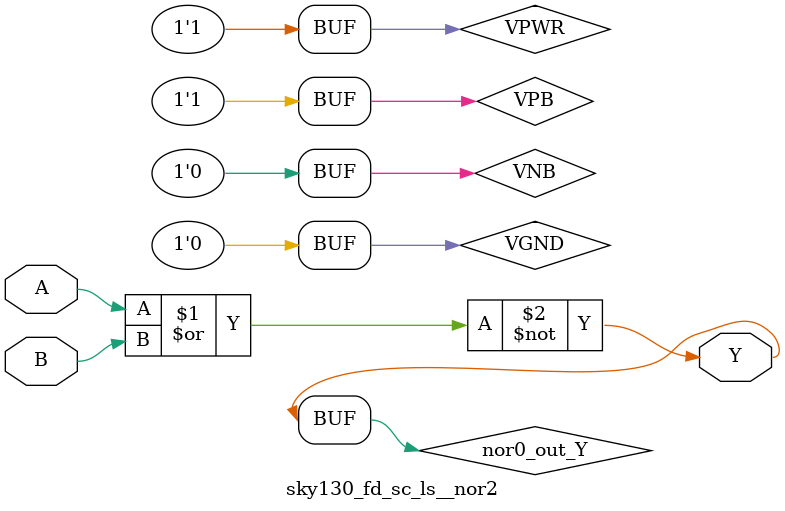
<source format=v>
/*
 * Copyright 2020 The SkyWater PDK Authors
 *
 * Licensed under the Apache License, Version 2.0 (the "License");
 * you may not use this file except in compliance with the License.
 * You may obtain a copy of the License at
 *
 *     https://www.apache.org/licenses/LICENSE-2.0
 *
 * Unless required by applicable law or agreed to in writing, software
 * distributed under the License is distributed on an "AS IS" BASIS,
 * WITHOUT WARRANTIES OR CONDITIONS OF ANY KIND, either express or implied.
 * See the License for the specific language governing permissions and
 * limitations under the License.
 *
 * SPDX-License-Identifier: Apache-2.0
*/


`ifndef SKY130_FD_SC_LS__NOR2_TIMING_V
`define SKY130_FD_SC_LS__NOR2_TIMING_V

/**
 * nor2: 2-input NOR.
 *
 * Verilog simulation timing model.
 */

`timescale 1ns / 1ps
`default_nettype none

`celldefine
module sky130_fd_sc_ls__nor2 (
    Y,
    A,
    B
);

    // Module ports
    output Y;
    input  A;
    input  B;

    // Module supplies
    supply1 VPWR;
    supply0 VGND;
    supply1 VPB ;
    supply0 VNB ;

    // Local signals
    wire nor0_out_Y;

    //  Name  Output      Other arguments
    nor nor0 (nor0_out_Y, A, B           );
    buf buf0 (Y         , nor0_out_Y     );

endmodule
`endcelldefine

`default_nettype wire
`endif  // SKY130_FD_SC_LS__NOR2_TIMING_V

</source>
